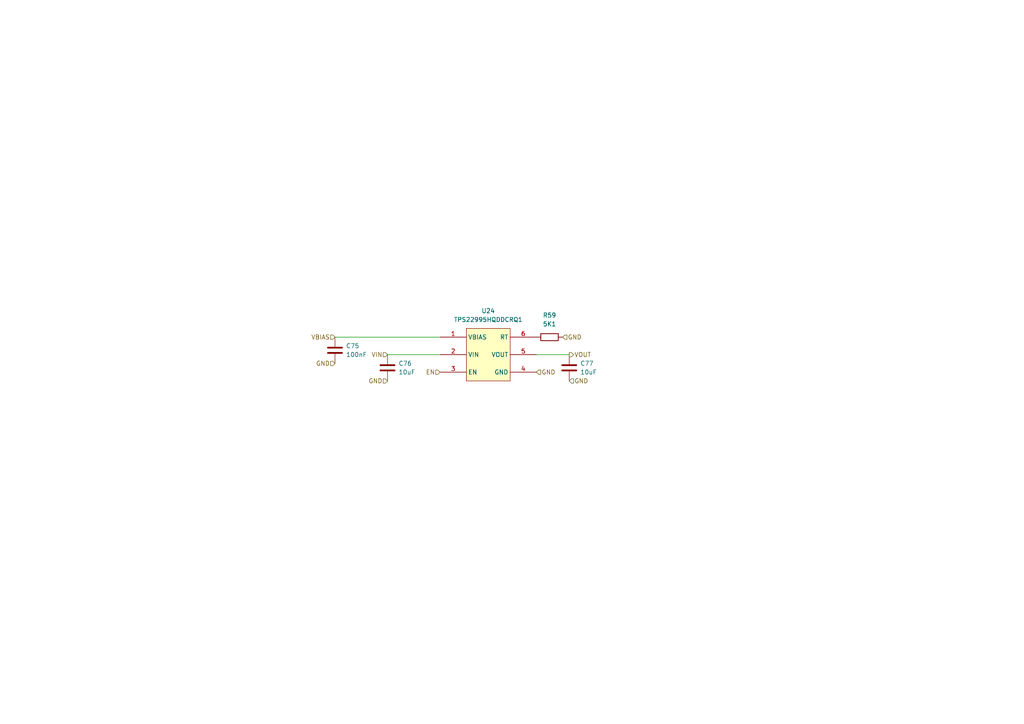
<source format=kicad_sch>
(kicad_sch (version 20231120) (generator "eeschema") (generator_version "8.0")
  (paper "A4")
  (lib_symbols
    (symbol "Common:TPS22995h-Q1"
      (property "Reference" "U" (at 0 6.35 0))
      (property "Value" "TPS22995HQDDCRQ1" (at 0 0 0))
      (symbol "TPS22995h-Q1_1_1"
        (rectangle (start -6.35 3.81) (end 6.35 -11.43) (fill (type background)))
        (pin power_in line (at -13.97 1.27 0) (length 7.62) (name "VBIAS") (number "1"))
        (pin power_in line (at -13.97 -3.81 0) (length 7.62) (name "VIN") (number "2"))
        (pin input line (at -13.97 -8.89 0) (length 7.62) (name "EN") (number "3"))
        (pin power_in line (at 13.97 -8.89 180) (length 7.62) (name "GND") (number "4"))
        (pin power_out line (at 13.97 -3.81 180) (length 7.62) (name "VOUT") (number "5"))
        (pin passive line (at 13.97 1.27 180) (length 7.62) (name "RT") (number "6"))
      )
    )
    (symbol "Device:C" (pin_numbers hide) (pin_names (offset 0.254))
      (property "Reference" "C" (at 0.635 2.54 0))
      (property "Value" "C" (at 0.635 -2.54 0))
      (symbol "C_0_1"
        (polyline (pts (xy -2.032 -0.762) (xy 2.032 -0.762)) (stroke (width 0.508)))
        (polyline (pts (xy -2.032 0.762) (xy 2.032 0.762)) (stroke (width 0.508)))
      )
      (symbol "C_1_1"
        (pin passive line (at 0 3.81 270) (length 2.794) (name "~") (number "1"))
        (pin passive line (at 0 -3.81 90) (length 2.794) (name "~") (number "2"))
      )
    )
    (symbol "Device:R" (pin_numbers hide) (pin_names (offset 0))
      (property "Reference" "R" (at 2.032 0 90))
      (property "Value" "R" (at 0 0 90))
      (symbol "R_0_1"
        (rectangle (start -1.016 -2.54) (end 1.016 2.54) (stroke (width 0.254)))
      )
      (symbol "R_1_1"
        (pin passive line (at 0 3.81 270) (length 1.27) (name "~") (number "1"))
        (pin passive line (at 0 -3.81 90) (length 1.27) (name "~") (number "2"))
      )
    )
  )
  (wire (pts (xy 165.1 102.87) (xy 155.575 102.87)))
  (wire (pts (xy 112.395 102.87) (xy 127.635 102.87)))
  (wire (pts (xy 97.155 97.79) (xy 127.635 97.79)))
  (hierarchical_label "GND" (shape input) (at 155.575 107.95 0))
  (hierarchical_label "VOUT" (shape output) (at 165.1 102.87 0))
  (hierarchical_label "EN" (shape input) (at 127.635 107.95 180))
  (hierarchical_label "GND" (shape input) (at 97.155 105.41 180))
  (hierarchical_label "GND" (shape input) (at 163.195 97.79 0))
  (hierarchical_label "VBIAS" (shape input) (at 97.155 97.79 180))
  (hierarchical_label "GND" (shape input) (at 165.1 110.49 0))
  (hierarchical_label "GND" (shape input) (at 112.395 110.49 180))
  (hierarchical_label "VIN" (shape input) (at 112.395 102.87 180))
  (symbol (lib_id "Device:C") (at 97.155 101.6 0) (unit 1)
    (property "Reference" "C87" (at 100.33 100.3299 0) (effects (justify left)))
    (property "Value" "100nF" (at 100.33 102.8699 0) (effects (justify left)))
    (property "Footprint" "Capacitor_SMD:C_0402_1005Metric_Pad0.74x0.62mm_HandSolder" (effects (hide yes)))
    (property "Description" "Unpolarized capacitor" (effects (hide yes)))
    (instances (project "sci_board" (path "" (reference "C75") (unit 1)) (path "" (reference "C84") (unit 1)) (path "" (reference "C102") (unit 1)) (path "" (reference "C54") (unit 1)) (path "" (reference "C78") (unit 1)) (path "" (reference "C87") (unit 1)) (path "" (reference "C60") (unit 1)) (path "" (reference "C81") (unit 1)) (path "" (reference "C105") (unit 1))))
  )
  (symbol (lib_id "Device:C") (at 112.395 106.68 0) (unit 1)
    (property "Reference" "C88" (at 115.57 105.4099 0) (effects (justify left)))
    (property "Value" "10uF" (at 115.57 107.9499 0) (effects (justify left)))
    (property "Footprint" "Capacitor_SMD:C_0603_1608Metric_Pad1.08x0.95mm_HandSolder" (effects (hide yes)))
    (property "Description" "Unpolarized capacitor" (effects (hide yes)))
    (instances (project "sci_board" (path "" (reference "C76") (unit 1)) (path "" (reference "C85") (unit 1)) (path "" (reference "C103") (unit 1)) (path "" (reference "C55") (unit 1)) (path "" (reference "C79") (unit 1)) (path "" (reference "C88") (unit 1)) (path "" (reference "C61") (unit 1)) (path "" (reference "C82") (unit 1)) (path "" (reference "C106") (unit 1))))
  )
  (symbol (lib_id "Device:C") (at 165.1 106.68 0) (unit 1)
    (property "Reference" "C89" (at 168.275 105.4099 0) (effects (justify left)))
    (property "Value" "10uF" (at 168.275 107.9499 0) (effects (justify left)))
    (property "Footprint" "Capacitor_SMD:C_0603_1608Metric_Pad1.08x0.95mm_HandSolder" (effects (hide yes)))
    (property "Description" "Unpolarized capacitor" (effects (hide yes)))
    (instances (project "sci_board" (path "" (reference "C77") (unit 1)) (path "" (reference "C86") (unit 1)) (path "" (reference "C104") (unit 1)) (path "" (reference "C56") (unit 1)) (path "" (reference "C80") (unit 1)) (path "" (reference "C89") (unit 1)) (path "" (reference "C62") (unit 1)) (path "" (reference "C83") (unit 1)) (path "" (reference "C107") (unit 1))))
  )
  (symbol (lib_id "Device:R") (at 159.385 97.79 90) (unit 1)
    (property "Reference" "R63" (at 159.385 91.44 90))
    (property "Value" "5K1" (at 159.385 93.98 90))
    (property "Footprint" "Resistor_SMD:R_0402_1005Metric_Pad0.72x0.64mm_HandSolder" (effects (hide yes)))
    (property "Description" "Resistor" (effects (hide yes)))
    (instances (project "sci_board" (path "" (reference "R59") (unit 1)) (path "" (reference "R62") (unit 1)) (path "" (reference "R72") (unit 1)) (path "" (reference "R29") (unit 1)) (path "" (reference "R60") (unit 1)) (path "" (reference "R63") (unit 1)) (path "" (reference "R32") (unit 1)) (path "" (reference "R61") (unit 1)) (path "" (reference "R73") (unit 1))))
  )
  (symbol (lib_id "Common:TPS22995h-Q1") (at 141.605 99.06 0) (unit 1)
    (property "Reference" "U28" (at 141.605 90.17 0))
    (property "Value" "TPS22995HQDDCRQ1" (at 141.605 92.71 0))
    (property "Footprint" "Common:SOT-23-6" (effects (hide yes)))
    (property "Datasheet" "https://www.ti.com/lit/ds/symlink/tps22995h-q1.pdf" (effects (hide yes)))
    (instances (project "sci_board" (path "" (reference "U24") (unit 1)) (path "" (reference "U27") (unit 1)) (path "" (reference "U37") (unit 1)) (path "" (reference "U15") (unit 1)) (path "" (reference "U25") (unit 1)) (path "" (reference "U28") (unit 1)) (path "" (reference "U16") (unit 1)) (path "" (reference "U26") (unit 1)) (path "" (reference "U38") (unit 1))))
  )
)
</source>
